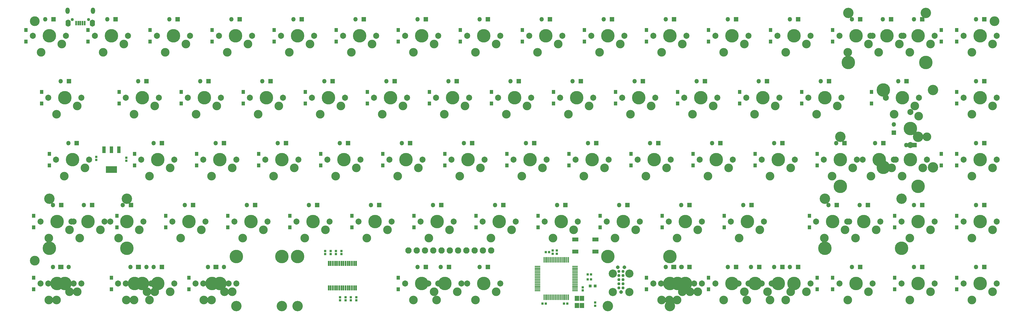
<source format=gbs>
G04 #@! TF.FileFunction,Soldermask,Bot*
%FSLAX46Y46*%
G04 Gerber Fmt 4.6, Leading zero omitted, Abs format (unit mm)*
G04 Created by KiCad (PCBNEW (2015-09-26 BZR 6224)-product) date 11/12/2015 12:03:04 AM*
%MOMM*%
G01*
G04 APERTURE LIST*
%ADD10C,0.150000*%
%ADD11R,1.003300X1.153160*%
%ADD12R,0.802400X0.752400*%
%ADD13R,0.752400X0.802400*%
%ADD14R,0.949960X0.949960*%
%ADD15C,0.939800*%
%ADD16C,1.143010*%
%ADD17C,2.527310*%
%ADD18R,1.102400X2.052400*%
%ADD19R,3.402400X2.052400*%
%ADD20R,1.952400X1.252400*%
%ADD21R,0.452400X1.652400*%
%ADD22R,1.652400X0.452400*%
%ADD23R,0.552400X1.582400*%
%ADD24R,1.352400X1.552400*%
%ADD25O,1.352400X1.352400*%
%ADD26R,1.352400X1.352400*%
%ADD27C,4.142740*%
%ADD28C,2.651760*%
%ADD29C,1.856740*%
%ADD30C,3.200654*%
%ADD31C,4.140454*%
%ADD32C,1.952400*%
%ADD33C,3.000000*%
%ADD34O,1.302400X1.952400*%
%ADD35R,0.602400X1.452400*%
%ADD36O,1.602400X2.152400*%
%ADD37C,0.952400*%
G04 APERTURE END LIST*
D10*
D11*
X338931000Y-160172400D03*
X338931000Y-163672520D03*
X319881000Y-160172400D03*
X319881000Y-163672520D03*
X300831000Y-160172400D03*
X300831000Y-163672520D03*
X296069000Y-160172400D03*
X296069000Y-163672520D03*
X262731000Y-160172400D03*
X262731000Y-163672520D03*
X243681000Y-160172400D03*
X243681000Y-163672520D03*
X167481000Y-160172400D03*
X167481000Y-163672520D03*
X103188000Y-160172400D03*
X103188000Y-163672520D03*
X79375000Y-160172400D03*
X79375000Y-163672520D03*
X55562500Y-160172400D03*
X55562500Y-163672520D03*
X338931000Y-141122400D03*
X338931000Y-144622520D03*
X319881000Y-141122400D03*
X319881000Y-144622520D03*
X293688000Y-141122400D03*
X293688000Y-144622520D03*
X267494000Y-141122400D03*
X267494000Y-144622520D03*
X248444000Y-141122400D03*
X248444000Y-144622520D03*
X229394000Y-141122400D03*
X229394000Y-144622520D03*
X210344000Y-141122400D03*
X210344000Y-144622520D03*
X191294000Y-141122400D03*
X191294000Y-144622520D03*
X172244000Y-141122400D03*
X172244000Y-144622520D03*
X153194000Y-141122400D03*
X153194000Y-144622520D03*
X134144000Y-141122400D03*
X134144000Y-144622520D03*
X115094000Y-141122400D03*
X115094000Y-144622520D03*
X96043800Y-141122400D03*
X96043800Y-144622520D03*
X81089500Y-141122400D03*
X81089500Y-144622520D03*
X55562500Y-141122400D03*
X55562500Y-144622520D03*
X338931000Y-122072400D03*
X338931000Y-125572520D03*
X334169000Y-125577600D03*
X334169000Y-122077480D03*
X296069000Y-122072400D03*
X296069000Y-125572520D03*
X277019000Y-122072400D03*
X277019000Y-125572520D03*
X257969000Y-122072400D03*
X257969000Y-125572520D03*
X238919000Y-122072400D03*
X238919000Y-125572520D03*
X219869000Y-122072400D03*
X219869000Y-125572520D03*
X200819000Y-122072400D03*
X200819000Y-125572520D03*
X181769000Y-122072400D03*
X181769000Y-125572520D03*
X162719000Y-122072400D03*
X162719000Y-125572520D03*
X143669000Y-122072400D03*
X143669000Y-125572520D03*
X124619000Y-122072400D03*
X124619000Y-125572520D03*
X105569000Y-122072400D03*
X105569000Y-125572520D03*
X86518800Y-122072400D03*
X86518800Y-125572520D03*
X60325000Y-122072400D03*
X60325000Y-125572520D03*
X338931000Y-103022400D03*
X338931000Y-106522520D03*
X312738000Y-103022400D03*
X312738000Y-106522520D03*
X291306000Y-103022400D03*
X291306000Y-106522520D03*
X272256000Y-103022400D03*
X272256000Y-106522520D03*
X253206000Y-103022400D03*
X253206000Y-106522520D03*
X234156000Y-103022400D03*
X234156000Y-106522520D03*
X215106000Y-103022400D03*
X215106000Y-106522520D03*
X196056000Y-103022400D03*
X196056000Y-106522520D03*
X177006000Y-103022400D03*
X177006000Y-106522520D03*
X157956000Y-103022400D03*
X157956000Y-106522520D03*
X138906000Y-103022400D03*
X138906000Y-106522520D03*
X119856000Y-103022400D03*
X119856000Y-106522520D03*
X100806000Y-103022400D03*
X100806000Y-106522520D03*
X81756200Y-103022400D03*
X81756200Y-106522520D03*
X57943800Y-103022400D03*
X57943800Y-106522520D03*
X338931000Y-83972400D03*
X338931000Y-87472520D03*
X334169000Y-83972400D03*
X334169000Y-87472520D03*
X300831000Y-83972400D03*
X300831000Y-87472520D03*
X281781000Y-83972400D03*
X281781000Y-87472520D03*
X262731000Y-83972400D03*
X262731000Y-87472520D03*
X243681000Y-83972400D03*
X243681000Y-87472520D03*
X224631000Y-83972400D03*
X224631000Y-87472520D03*
X205581000Y-83972400D03*
X205581000Y-87472520D03*
X186531000Y-83972400D03*
X186531000Y-87472520D03*
X167481000Y-83972400D03*
X167481000Y-87472520D03*
X148431000Y-83972400D03*
X148431000Y-87472520D03*
X129381000Y-83972400D03*
X129381000Y-87472520D03*
X110331000Y-83972400D03*
X110331000Y-87472520D03*
X91281200Y-83972400D03*
X91281200Y-87472520D03*
X72231200Y-83972400D03*
X72231200Y-87472520D03*
X53181200Y-83972400D03*
X53181200Y-87472520D03*
D12*
X214884000Y-151773000D03*
X214884000Y-152773000D03*
X216154000Y-151773000D03*
X216154000Y-152773000D03*
X74739500Y-122944000D03*
X74739500Y-123944000D03*
X84010500Y-123198000D03*
X84010500Y-124198000D03*
D13*
X211717000Y-168148000D03*
X212717000Y-168148000D03*
X212733000Y-152273000D03*
X213733000Y-152273000D03*
X219321000Y-168148000D03*
X218321000Y-168148000D03*
D12*
X151257000Y-166124000D03*
X151257000Y-167124000D03*
X224092000Y-163076000D03*
X224092000Y-164076000D03*
X146685000Y-152900000D03*
X146685000Y-151900000D03*
X145034000Y-152900000D03*
X145034000Y-151900000D03*
D14*
X226390700Y-162687000D03*
X227889300Y-162687000D03*
D15*
X236474000Y-160782000D03*
X235204000Y-160782000D03*
X236474000Y-159512000D03*
X235204000Y-159512000D03*
X235204000Y-158242000D03*
X236474000Y-158242000D03*
X236474000Y-162052000D03*
X235204000Y-162052000D03*
X236474000Y-163322000D03*
X235204000Y-163322000D03*
D16*
X235839000Y-164592000D03*
X236855000Y-156972000D03*
X234823000Y-156972000D03*
D17*
X238379000Y-164592000D03*
X238379000Y-158877000D03*
X233299000Y-164592000D03*
X233299000Y-158877000D03*
D18*
X79375000Y-120775000D03*
X81675000Y-120775000D03*
X77075000Y-120775000D03*
D19*
X79375000Y-126875000D03*
D13*
X225624000Y-159131000D03*
X226624000Y-159131000D03*
X226624000Y-160655000D03*
X225624000Y-160655000D03*
D12*
X148336000Y-151900000D03*
X148336000Y-152900000D03*
X149987000Y-151900000D03*
X149987000Y-152900000D03*
X152908000Y-167124000D03*
X152908000Y-166124000D03*
X227902000Y-167775000D03*
X227902000Y-168775000D03*
X154559000Y-167124000D03*
X154559000Y-166124000D03*
X149606000Y-166124000D03*
X149606000Y-167124000D03*
D20*
X221817000Y-152091000D03*
X221817000Y-148391000D03*
X228017000Y-152091000D03*
X228017000Y-148391000D03*
D21*
X212214000Y-154651000D03*
X212714000Y-154651000D03*
X213214000Y-154651000D03*
X213714000Y-154651000D03*
X214214000Y-154651000D03*
X214714000Y-154651000D03*
X215214000Y-154651000D03*
X215714000Y-154651000D03*
X216214000Y-154651000D03*
X216714000Y-154651000D03*
X217214000Y-154651000D03*
X217714000Y-154651000D03*
X218214000Y-154651000D03*
X218714000Y-154651000D03*
X219214000Y-154651000D03*
X219714000Y-154651000D03*
D22*
X221714000Y-156651000D03*
X221714000Y-157151000D03*
X221714000Y-157651000D03*
X221714000Y-158151000D03*
X221714000Y-158651000D03*
X221714000Y-159151000D03*
X221714000Y-159651000D03*
X221714000Y-160151000D03*
X221714000Y-160651000D03*
X221714000Y-161151000D03*
X221714000Y-161651000D03*
X221714000Y-162151000D03*
X221714000Y-162651000D03*
X221714000Y-163151000D03*
X221714000Y-163651000D03*
X221714000Y-164151000D03*
D21*
X219714000Y-166151000D03*
X219214000Y-166151000D03*
X218714000Y-166151000D03*
X218214000Y-166151000D03*
X217714000Y-166151000D03*
X217214000Y-166151000D03*
X216714000Y-166151000D03*
X216214000Y-166151000D03*
X215714000Y-166151000D03*
X215214000Y-166151000D03*
X214714000Y-166151000D03*
X214214000Y-166151000D03*
X213714000Y-166151000D03*
X213214000Y-166151000D03*
X212714000Y-166151000D03*
X212214000Y-166151000D03*
D22*
X210214000Y-164151000D03*
X210214000Y-163651000D03*
X210214000Y-163151000D03*
X210214000Y-162651000D03*
X210214000Y-162151000D03*
X210214000Y-161651000D03*
X210214000Y-161151000D03*
X210214000Y-160651000D03*
X210214000Y-160151000D03*
X210214000Y-159651000D03*
X210214000Y-159151000D03*
X210214000Y-158651000D03*
X210214000Y-158151000D03*
X210214000Y-157651000D03*
X210214000Y-157151000D03*
X210214000Y-156651000D03*
D23*
X154529000Y-163307000D03*
X153879000Y-163307000D03*
X153229000Y-163307000D03*
X152579000Y-163307000D03*
X151929000Y-163307000D03*
X151279000Y-163307000D03*
X150629000Y-163307000D03*
X149979000Y-163307000D03*
X149329000Y-163307000D03*
X148679000Y-163307000D03*
X148029000Y-163307000D03*
X147379000Y-163307000D03*
X146729000Y-163307000D03*
X146079000Y-163307000D03*
X146079000Y-155717000D03*
X146729000Y-155717000D03*
X147379000Y-155717000D03*
X148029000Y-155717000D03*
X148679000Y-155717000D03*
X149329000Y-155717000D03*
X149979000Y-155717000D03*
X150629000Y-155717000D03*
X151279000Y-155717000D03*
X151929000Y-155717000D03*
X152579000Y-155717000D03*
X153229000Y-155717000D03*
X153879000Y-155717000D03*
X154529000Y-155717000D03*
D24*
X222276000Y-168740000D03*
X223876000Y-168740000D03*
X223876000Y-166540000D03*
X222276000Y-166540000D03*
D25*
X344805000Y-156845000D03*
D26*
X347345000Y-156845000D03*
D25*
X325755000Y-156845000D03*
D26*
X328295000Y-156845000D03*
D25*
X306705000Y-156845000D03*
D26*
X309245000Y-156845000D03*
D25*
X287655000Y-156845000D03*
D26*
X290195000Y-156845000D03*
D25*
X268605000Y-156845000D03*
D26*
X271145000Y-156845000D03*
D25*
X249555000Y-156845000D03*
D26*
X252095000Y-156845000D03*
D25*
X180499000Y-156845000D03*
D26*
X183039000Y-156845000D03*
D25*
X109061000Y-156845000D03*
D26*
X111601000Y-156845000D03*
D25*
X85248800Y-156845000D03*
D26*
X87788800Y-156845000D03*
D25*
X61468000Y-156845000D03*
D26*
X64008000Y-156845000D03*
D25*
X344805000Y-137795000D03*
D26*
X347345000Y-137795000D03*
D25*
X325755000Y-137795000D03*
D26*
X328295000Y-137795000D03*
D25*
X299561000Y-137795000D03*
D26*
X302101000Y-137795000D03*
D25*
X273368000Y-137795000D03*
D26*
X275908000Y-137795000D03*
D25*
X254318000Y-137795000D03*
D26*
X256858000Y-137795000D03*
D25*
X235268000Y-137795000D03*
D26*
X237808000Y-137795000D03*
D25*
X216218000Y-137795000D03*
D26*
X218758000Y-137795000D03*
D25*
X197168000Y-137795000D03*
D26*
X199708000Y-137795000D03*
D25*
X178118000Y-137795000D03*
D26*
X180658000Y-137795000D03*
D25*
X159068000Y-137795000D03*
D26*
X161608000Y-137795000D03*
D25*
X140018000Y-137795000D03*
D26*
X142558000Y-137795000D03*
D25*
X120968000Y-137795000D03*
D26*
X123508000Y-137795000D03*
D25*
X101918000Y-137795000D03*
D26*
X104458000Y-137795000D03*
D25*
X82867500Y-137795000D03*
D26*
X85407500Y-137795000D03*
D25*
X61436200Y-137795000D03*
D26*
X63976200Y-137795000D03*
D25*
X344805000Y-118745000D03*
D26*
X347345000Y-118745000D03*
D25*
X323374000Y-119380000D03*
D26*
X325914000Y-119380000D03*
D25*
X301943000Y-118745000D03*
D26*
X304483000Y-118745000D03*
D25*
X282893000Y-118745000D03*
D26*
X285433000Y-118745000D03*
D25*
X263843000Y-118745000D03*
D26*
X266383000Y-118745000D03*
D25*
X244793000Y-118745000D03*
D26*
X247333000Y-118745000D03*
D25*
X225743000Y-118745000D03*
D26*
X228283000Y-118745000D03*
D25*
X206693000Y-118745000D03*
D26*
X209233000Y-118745000D03*
D25*
X187643000Y-118745000D03*
D26*
X190183000Y-118745000D03*
D25*
X168593000Y-118745000D03*
D26*
X171133000Y-118745000D03*
D25*
X149543000Y-118745000D03*
D26*
X152083000Y-118745000D03*
D25*
X130493000Y-118745000D03*
D26*
X133033000Y-118745000D03*
D25*
X111443000Y-118745000D03*
D26*
X113983000Y-118745000D03*
D25*
X92392600Y-118745000D03*
D26*
X94932600Y-118745000D03*
D25*
X66198800Y-118745000D03*
D26*
X68738800Y-118745000D03*
D25*
X344805000Y-99695000D03*
D26*
X347345000Y-99695000D03*
D25*
X320992000Y-99695000D03*
D26*
X323532000Y-99695000D03*
D25*
X297180000Y-99695000D03*
D26*
X299720000Y-99695000D03*
D25*
X278130000Y-99695000D03*
D26*
X280670000Y-99695000D03*
D25*
X259080000Y-99695000D03*
D26*
X261620000Y-99695000D03*
D25*
X240030000Y-99695000D03*
D26*
X242570000Y-99695000D03*
D25*
X220980000Y-99695000D03*
D26*
X223520000Y-99695000D03*
D25*
X201930000Y-99695000D03*
D26*
X204470000Y-99695000D03*
D25*
X182880000Y-99695000D03*
D26*
X185420000Y-99695000D03*
D25*
X163830000Y-99695000D03*
D26*
X166370000Y-99695000D03*
D25*
X144780000Y-99695000D03*
D26*
X147320000Y-99695000D03*
D25*
X125730000Y-99695000D03*
D26*
X128270000Y-99695000D03*
D25*
X106680000Y-99695000D03*
D26*
X109220000Y-99695000D03*
D25*
X87630000Y-99695000D03*
D26*
X90170000Y-99695000D03*
D25*
X63817500Y-99695000D03*
D26*
X66357500Y-99695000D03*
D25*
X344805000Y-80645000D03*
D26*
X347345000Y-80645000D03*
D25*
X325755000Y-80645000D03*
D26*
X328295000Y-80645000D03*
D25*
X306705000Y-80645000D03*
D26*
X309245000Y-80645000D03*
D25*
X287655000Y-80645000D03*
D26*
X290195000Y-80645000D03*
D25*
X268605000Y-80645000D03*
D26*
X271145000Y-80645000D03*
D25*
X249555000Y-80645000D03*
D26*
X252095000Y-80645000D03*
D25*
X230505000Y-80645000D03*
D26*
X233045000Y-80645000D03*
D25*
X211455000Y-80645000D03*
D26*
X213995000Y-80645000D03*
D25*
X192405000Y-80645000D03*
D26*
X194945000Y-80645000D03*
D25*
X173355000Y-80645000D03*
D26*
X175895000Y-80645000D03*
D25*
X154305000Y-80645000D03*
D26*
X156845000Y-80645000D03*
D25*
X135255000Y-80645000D03*
D26*
X137795000Y-80645000D03*
D25*
X116205000Y-80645000D03*
D26*
X118745000Y-80645000D03*
D25*
X97155000Y-80645000D03*
D26*
X99695000Y-80645000D03*
D25*
X78105000Y-80645000D03*
D26*
X80645000Y-80645000D03*
D25*
X59055000Y-80645000D03*
D26*
X61595000Y-80645000D03*
D27*
X181769000Y-161925000D03*
D28*
X179229000Y-167005000D03*
X185579000Y-164465000D03*
D29*
X186849000Y-161925000D03*
X176689000Y-161925000D03*
D27*
X62706200Y-142875000D03*
D28*
X60166200Y-147955000D03*
X66516200Y-145415000D03*
D29*
X67786200Y-142875000D03*
X57626200Y-142875000D03*
D27*
X346075000Y-142875000D03*
D28*
X343535000Y-147955000D03*
X349885000Y-145415000D03*
D29*
X351155000Y-142875000D03*
X340995000Y-142875000D03*
D27*
X327025000Y-142875000D03*
D28*
X324485000Y-147955000D03*
X330835000Y-145415000D03*
D29*
X332105000Y-142875000D03*
X321945000Y-142875000D03*
D27*
X274638000Y-142875000D03*
D28*
X272098000Y-147955000D03*
X278448000Y-145415000D03*
D29*
X279718000Y-142875000D03*
X269558000Y-142875000D03*
D27*
X255588000Y-142875000D03*
D28*
X253048000Y-147955000D03*
X259398000Y-145415000D03*
D29*
X260668000Y-142875000D03*
X250508000Y-142875000D03*
D27*
X236538000Y-142875000D03*
D28*
X233998000Y-147955000D03*
X240348000Y-145415000D03*
D29*
X241618000Y-142875000D03*
X231458000Y-142875000D03*
D27*
X217488000Y-142875000D03*
D28*
X214948000Y-147955000D03*
X221298000Y-145415000D03*
D29*
X222568000Y-142875000D03*
X212408000Y-142875000D03*
D27*
X198438000Y-142875000D03*
D28*
X195898000Y-147955000D03*
X202248000Y-145415000D03*
D29*
X203518000Y-142875000D03*
X193358000Y-142875000D03*
D27*
X179388000Y-142875000D03*
D28*
X176848000Y-147955000D03*
X183198000Y-145415000D03*
D29*
X184468000Y-142875000D03*
X174308000Y-142875000D03*
D27*
X160338000Y-142875000D03*
D28*
X157798000Y-147955000D03*
X164148000Y-145415000D03*
D29*
X165418000Y-142875000D03*
X155258000Y-142875000D03*
D27*
X141288000Y-142875000D03*
D28*
X138748000Y-147955000D03*
X145098000Y-145415000D03*
D29*
X146368000Y-142875000D03*
X136208000Y-142875000D03*
D27*
X122238000Y-142875000D03*
D28*
X119698000Y-147955000D03*
X126048000Y-145415000D03*
D29*
X127318000Y-142875000D03*
X117158000Y-142875000D03*
D27*
X103188000Y-142875000D03*
D28*
X100648000Y-147955000D03*
X106998000Y-145415000D03*
D29*
X108268000Y-142875000D03*
X98108000Y-142875000D03*
D27*
X84137500Y-142875000D03*
D28*
X81597500Y-147955000D03*
X87947500Y-145415000D03*
D29*
X89217500Y-142875000D03*
X79057500Y-142875000D03*
D27*
X346075000Y-123825000D03*
D28*
X343535000Y-128905000D03*
X349885000Y-126365000D03*
D29*
X351155000Y-123825000D03*
X340995000Y-123825000D03*
D27*
X303212000Y-123825000D03*
D28*
X300672000Y-128905000D03*
X307022000Y-126365000D03*
D29*
X308292000Y-123825000D03*
X298132000Y-123825000D03*
D27*
X284162000Y-123825000D03*
D28*
X281622000Y-128905000D03*
X287972000Y-126365000D03*
D29*
X289242000Y-123825000D03*
X279082000Y-123825000D03*
D27*
X265112000Y-123825000D03*
D28*
X262572000Y-128905000D03*
X268922000Y-126365000D03*
D29*
X270192000Y-123825000D03*
X260032000Y-123825000D03*
D27*
X246062000Y-123825000D03*
D28*
X243522000Y-128905000D03*
X249872000Y-126365000D03*
D29*
X251142000Y-123825000D03*
X240982000Y-123825000D03*
D27*
X227012000Y-123825000D03*
D28*
X224472000Y-128905000D03*
X230822000Y-126365000D03*
D29*
X232092000Y-123825000D03*
X221932000Y-123825000D03*
D27*
X207962000Y-123825000D03*
D28*
X205422000Y-128905000D03*
X211772000Y-126365000D03*
D29*
X213042000Y-123825000D03*
X202882000Y-123825000D03*
D27*
X188912000Y-123825000D03*
D28*
X186372000Y-128905000D03*
X192722000Y-126365000D03*
D29*
X193992000Y-123825000D03*
X183832000Y-123825000D03*
D27*
X169862000Y-123825000D03*
D28*
X167322000Y-128905000D03*
X173672000Y-126365000D03*
D29*
X174942000Y-123825000D03*
X164782000Y-123825000D03*
D27*
X150812000Y-123825000D03*
D28*
X148272000Y-128905000D03*
X154622000Y-126365000D03*
D29*
X155892000Y-123825000D03*
X145732000Y-123825000D03*
D27*
X131762000Y-123825000D03*
D28*
X129222000Y-128905000D03*
X135572000Y-126365000D03*
D29*
X136842000Y-123825000D03*
X126682000Y-123825000D03*
D27*
X112712000Y-123825000D03*
D28*
X110172000Y-128905000D03*
X116522000Y-126365000D03*
D29*
X117792000Y-123825000D03*
X107632000Y-123825000D03*
D27*
X93662500Y-123825000D03*
D28*
X91122500Y-128905000D03*
X97472500Y-126365000D03*
D29*
X98742500Y-123825000D03*
X88582500Y-123825000D03*
D27*
X346075000Y-104775000D03*
D28*
X343535000Y-109855000D03*
X349885000Y-107315000D03*
D29*
X351155000Y-104775000D03*
X340995000Y-104775000D03*
D27*
X298450000Y-104775000D03*
D28*
X295910000Y-109855000D03*
X302260000Y-107315000D03*
D29*
X303530000Y-104775000D03*
X293370000Y-104775000D03*
D27*
X279400000Y-104775000D03*
D28*
X276860000Y-109855000D03*
X283210000Y-107315000D03*
D29*
X284480000Y-104775000D03*
X274320000Y-104775000D03*
D27*
X260350000Y-104775000D03*
D28*
X257810000Y-109855000D03*
X264160000Y-107315000D03*
D29*
X265430000Y-104775000D03*
X255270000Y-104775000D03*
D27*
X241300000Y-104775000D03*
D28*
X238760000Y-109855000D03*
X245110000Y-107315000D03*
D29*
X246380000Y-104775000D03*
X236220000Y-104775000D03*
D27*
X222250000Y-104775000D03*
D28*
X219710000Y-109855000D03*
X226060000Y-107315000D03*
D29*
X227330000Y-104775000D03*
X217170000Y-104775000D03*
D27*
X203200000Y-104775000D03*
D28*
X200660000Y-109855000D03*
X207010000Y-107315000D03*
D29*
X208280000Y-104775000D03*
X198120000Y-104775000D03*
D27*
X184150000Y-104775000D03*
D28*
X181610000Y-109855000D03*
X187960000Y-107315000D03*
D29*
X189230000Y-104775000D03*
X179070000Y-104775000D03*
D27*
X165100000Y-104775000D03*
D28*
X162560000Y-109855000D03*
X168910000Y-107315000D03*
D29*
X170180000Y-104775000D03*
X160020000Y-104775000D03*
D27*
X146050000Y-104775000D03*
D28*
X143510000Y-109855000D03*
X149860000Y-107315000D03*
D29*
X151130000Y-104775000D03*
X140970000Y-104775000D03*
D27*
X127000000Y-104775000D03*
D28*
X124460000Y-109855000D03*
X130810000Y-107315000D03*
D29*
X132080000Y-104775000D03*
X121920000Y-104775000D03*
D27*
X107950000Y-104775000D03*
D28*
X105410000Y-109855000D03*
X111760000Y-107315000D03*
D29*
X113030000Y-104775000D03*
X102870000Y-104775000D03*
D27*
X88900000Y-104775000D03*
D28*
X86360000Y-109855000D03*
X92710000Y-107315000D03*
D29*
X93980000Y-104775000D03*
X83820000Y-104775000D03*
D27*
X327025000Y-85725000D03*
D28*
X324485000Y-90805000D03*
X330835000Y-88265000D03*
D29*
X332105000Y-85725000D03*
X321945000Y-85725000D03*
D27*
X307975000Y-85725000D03*
D28*
X305435000Y-90805000D03*
X311785000Y-88265000D03*
D29*
X313055000Y-85725000D03*
X302895000Y-85725000D03*
D27*
X288925000Y-85725000D03*
D28*
X286385000Y-90805000D03*
X292735000Y-88265000D03*
D29*
X294005000Y-85725000D03*
X283845000Y-85725000D03*
D27*
X269875000Y-85725000D03*
D28*
X267335000Y-90805000D03*
X273685000Y-88265000D03*
D29*
X274955000Y-85725000D03*
X264795000Y-85725000D03*
D27*
X250825000Y-85725000D03*
D28*
X248285000Y-90805000D03*
X254635000Y-88265000D03*
D29*
X255905000Y-85725000D03*
X245745000Y-85725000D03*
D27*
X231775000Y-85725000D03*
D28*
X229235000Y-90805000D03*
X235585000Y-88265000D03*
D29*
X236855000Y-85725000D03*
X226695000Y-85725000D03*
D27*
X212725000Y-85725000D03*
D28*
X210185000Y-90805000D03*
X216535000Y-88265000D03*
D29*
X217805000Y-85725000D03*
X207645000Y-85725000D03*
D27*
X193675000Y-85725000D03*
D28*
X191135000Y-90805000D03*
X197485000Y-88265000D03*
D29*
X198755000Y-85725000D03*
X188595000Y-85725000D03*
D27*
X174625000Y-85725000D03*
D28*
X172085000Y-90805000D03*
X178435000Y-88265000D03*
D29*
X179705000Y-85725000D03*
X169545000Y-85725000D03*
D27*
X155575000Y-85725000D03*
D28*
X153035000Y-90805000D03*
X159385000Y-88265000D03*
D29*
X160655000Y-85725000D03*
X150495000Y-85725000D03*
D27*
X136525000Y-85725000D03*
D28*
X133985000Y-90805000D03*
X140335000Y-88265000D03*
D29*
X141605000Y-85725000D03*
X131445000Y-85725000D03*
D27*
X117475000Y-85725000D03*
D28*
X114935000Y-90805000D03*
X121285000Y-88265000D03*
D29*
X122555000Y-85725000D03*
X112395000Y-85725000D03*
D27*
X98425000Y-85725000D03*
D28*
X95885000Y-90805000D03*
X102235000Y-88265000D03*
D29*
X103505000Y-85725000D03*
X93345000Y-85725000D03*
D27*
X79375000Y-85725000D03*
D28*
X76835000Y-90805000D03*
X83185000Y-88265000D03*
D29*
X84455000Y-85725000D03*
X74295000Y-85725000D03*
D27*
X60325000Y-85725000D03*
D28*
X57785000Y-90805000D03*
X64135000Y-88265000D03*
D29*
X65405000Y-85725000D03*
X55245000Y-85725000D03*
D27*
X346075000Y-85725000D03*
D28*
X343535000Y-90805000D03*
X349885000Y-88265000D03*
D29*
X351155000Y-85725000D03*
X340995000Y-85725000D03*
D27*
X322262000Y-104775000D03*
D28*
X319722000Y-109855000D03*
X326072000Y-107315000D03*
D29*
X327342000Y-104775000D03*
X317182000Y-104775000D03*
D27*
X250825000Y-161925000D03*
D28*
X248285000Y-167005000D03*
X254635000Y-164465000D03*
D29*
X255905000Y-161925000D03*
X245745000Y-161925000D03*
D27*
X269875000Y-161925000D03*
D28*
X267335000Y-167005000D03*
X273685000Y-164465000D03*
D29*
X274955000Y-161925000D03*
X264795000Y-161925000D03*
D27*
X288925000Y-161925000D03*
D28*
X286385000Y-167005000D03*
X292735000Y-164465000D03*
D29*
X294005000Y-161925000D03*
X283845000Y-161925000D03*
D27*
X307975000Y-161925000D03*
D28*
X305435000Y-167005000D03*
X311785000Y-164465000D03*
D29*
X313055000Y-161925000D03*
X302895000Y-161925000D03*
D27*
X327025000Y-161925000D03*
D28*
X324485000Y-167005000D03*
X330835000Y-164465000D03*
D29*
X332105000Y-161925000D03*
X321945000Y-161925000D03*
D27*
X346075000Y-161925000D03*
D28*
X343535000Y-167005000D03*
X349885000Y-164465000D03*
D29*
X351155000Y-161925000D03*
X340995000Y-161925000D03*
D27*
X110331000Y-161925000D03*
D28*
X107791000Y-167005000D03*
X114141000Y-164465000D03*
D29*
X115411000Y-161925000D03*
X105251000Y-161925000D03*
D27*
X86518800Y-161925000D03*
D28*
X83978800Y-167005000D03*
X90328800Y-164465000D03*
D29*
X91598800Y-161925000D03*
X81438800Y-161925000D03*
D27*
X300831000Y-142875000D03*
D28*
X298291000Y-147955000D03*
X304641000Y-145415000D03*
D29*
X305911000Y-142875000D03*
X295751000Y-142875000D03*
D27*
X324644000Y-123825000D03*
D28*
X322104000Y-128905000D03*
X328454000Y-126365000D03*
D29*
X329724000Y-123825000D03*
X319564000Y-123825000D03*
D27*
X67468800Y-123825000D03*
D28*
X64928800Y-128905000D03*
X71278800Y-126365000D03*
D29*
X72548800Y-123825000D03*
X62388800Y-123825000D03*
D27*
X65087500Y-104775000D03*
D28*
X62547500Y-109855000D03*
X68897500Y-107315000D03*
D29*
X70167500Y-104775000D03*
X60007500Y-104775000D03*
D27*
X62706200Y-161925000D03*
D28*
X60166200Y-167005000D03*
X66516200Y-164465000D03*
D29*
X67786200Y-161925000D03*
X57626200Y-161925000D03*
D30*
X329406000Y-78737460D03*
D31*
X329406000Y-93980000D03*
D30*
X305594000Y-78737460D03*
D31*
X305594000Y-93980000D03*
D30*
X84137500Y-135887460D03*
D31*
X84137500Y-151130000D03*
D30*
X60325000Y-135887460D03*
D31*
X60325000Y-151130000D03*
D30*
X298450000Y-135887460D03*
D31*
X298450000Y-151130000D03*
D30*
X321945000Y-135887460D03*
D31*
X321945000Y-151130000D03*
D30*
X250825000Y-168912540D03*
D31*
X250825000Y-153670000D03*
D30*
X136525000Y-168912540D03*
D31*
X136525000Y-153670000D03*
D30*
X117792000Y-168912540D03*
D31*
X117792000Y-153670000D03*
D30*
X231775000Y-168912540D03*
D31*
X231775000Y-153670000D03*
D30*
X331631540Y-102394000D03*
D31*
X316389000Y-102394000D03*
D30*
X331631540Y-126206000D03*
D31*
X316389000Y-126206000D03*
D30*
X303212000Y-116837460D03*
D31*
X303212000Y-132080000D03*
D30*
X327025000Y-116837460D03*
D31*
X327025000Y-132080000D03*
D30*
X131762000Y-168912540D03*
D31*
X131762000Y-153670000D03*
D32*
X170561000Y-151765000D03*
X173101000Y-151765000D03*
X175641000Y-151765000D03*
X178181000Y-151765000D03*
X180721000Y-151765000D03*
X183261000Y-151765000D03*
X185801000Y-151765000D03*
X188341000Y-151765000D03*
X190881000Y-151765000D03*
X193421000Y-151765000D03*
X195961000Y-151765000D03*
D25*
X316230000Y-80645000D03*
D26*
X318770000Y-80645000D03*
D25*
X313849000Y-118745000D03*
D26*
X316389000Y-118745000D03*
D25*
X70961200Y-137795000D03*
D26*
X73501200Y-137795000D03*
D25*
X309086000Y-137795000D03*
D26*
X311626000Y-137795000D03*
D25*
X66294000Y-156845300D03*
D26*
X63754000Y-156845300D03*
D25*
X90170000Y-156845300D03*
D26*
X87630000Y-156845300D03*
D25*
X113982000Y-156845300D03*
D26*
X111442000Y-156845300D03*
D25*
X173355000Y-156845000D03*
D26*
X175895000Y-156845000D03*
D25*
X254508000Y-156845300D03*
D26*
X251968000Y-156845300D03*
D25*
X275749000Y-156845000D03*
D26*
X278289000Y-156845000D03*
D25*
X282892000Y-156845000D03*
D26*
X285432000Y-156845000D03*
D25*
X319564000Y-113030000D03*
D26*
X319564000Y-115570000D03*
D25*
X92392500Y-156845000D03*
D26*
X94932500Y-156845000D03*
D25*
X192405000Y-156845000D03*
D26*
X194945000Y-156845000D03*
D25*
X254318000Y-156845000D03*
D26*
X256858000Y-156845000D03*
D27*
X317500000Y-85725000D03*
D28*
X314960000Y-90805000D03*
X321310000Y-88265000D03*
D29*
X322580000Y-85725000D03*
X312420000Y-85725000D03*
D27*
X315119000Y-123825000D03*
D28*
X312579000Y-128905000D03*
X318929000Y-126365000D03*
D29*
X320199000Y-123825000D03*
X310039000Y-123825000D03*
D27*
X72231200Y-142875000D03*
D28*
X69691200Y-147955000D03*
X76041200Y-145415000D03*
D29*
X77311200Y-142875000D03*
X67151200Y-142875000D03*
D27*
X310356000Y-142875000D03*
D28*
X307816000Y-147955000D03*
X314166000Y-145415000D03*
D29*
X315436000Y-142875000D03*
X305276000Y-142875000D03*
D27*
X65087500Y-161925000D03*
D28*
X62547500Y-167005000D03*
X68897500Y-164465000D03*
D29*
X70167500Y-161925000D03*
X60007500Y-161925000D03*
D27*
X88900000Y-161925000D03*
D28*
X86360000Y-167005000D03*
X92710000Y-164465000D03*
D29*
X93980000Y-161925000D03*
X83820000Y-161925000D03*
D27*
X112712000Y-161925000D03*
D28*
X110172000Y-167005000D03*
X116522000Y-164465000D03*
D29*
X117792000Y-161925000D03*
X107632000Y-161925000D03*
D27*
X174625000Y-161925000D03*
D28*
X172085000Y-167005000D03*
X178435000Y-164465000D03*
D29*
X179705000Y-161925000D03*
X169545000Y-161925000D03*
D27*
X253206000Y-161925000D03*
D28*
X250666000Y-167005000D03*
X257016000Y-164465000D03*
D29*
X258286000Y-161925000D03*
X248126000Y-161925000D03*
D27*
X277019000Y-161925000D03*
D28*
X274479000Y-167005000D03*
X280829000Y-164465000D03*
D29*
X282099000Y-161925000D03*
X271939000Y-161925000D03*
D27*
X284162000Y-161925000D03*
D28*
X281622000Y-167005000D03*
X287972000Y-164465000D03*
D29*
X289242000Y-161925000D03*
X279082000Y-161925000D03*
D27*
X324644000Y-114300000D03*
D28*
X329724000Y-116840000D03*
X327184000Y-110490000D03*
D29*
X324644000Y-109220000D03*
X324644000Y-119380000D03*
D27*
X93662500Y-161925000D03*
D28*
X91122500Y-167005000D03*
X97472500Y-164465000D03*
D29*
X98742500Y-161925000D03*
X88582500Y-161925000D03*
D27*
X193675000Y-161925000D03*
D28*
X191135000Y-167005000D03*
X197485000Y-164465000D03*
D29*
X198755000Y-161925000D03*
X188595000Y-161925000D03*
D27*
X255588000Y-161925000D03*
D28*
X253048000Y-167005000D03*
X259398000Y-164465000D03*
D29*
X260668000Y-161925000D03*
X250508000Y-161925000D03*
D33*
X55880000Y-81280000D03*
X350520000Y-81280000D03*
X55880000Y-154940000D03*
D34*
X73725000Y-78000000D03*
X65975000Y-78000000D03*
D35*
X68550000Y-81800000D03*
X69200000Y-81800000D03*
X69850000Y-81800000D03*
X70500000Y-81800000D03*
X71150000Y-81800000D03*
D36*
X73575000Y-81800000D03*
X66125000Y-81800000D03*
D37*
X67350000Y-80750000D03*
X72350000Y-80750000D03*
M02*

</source>
